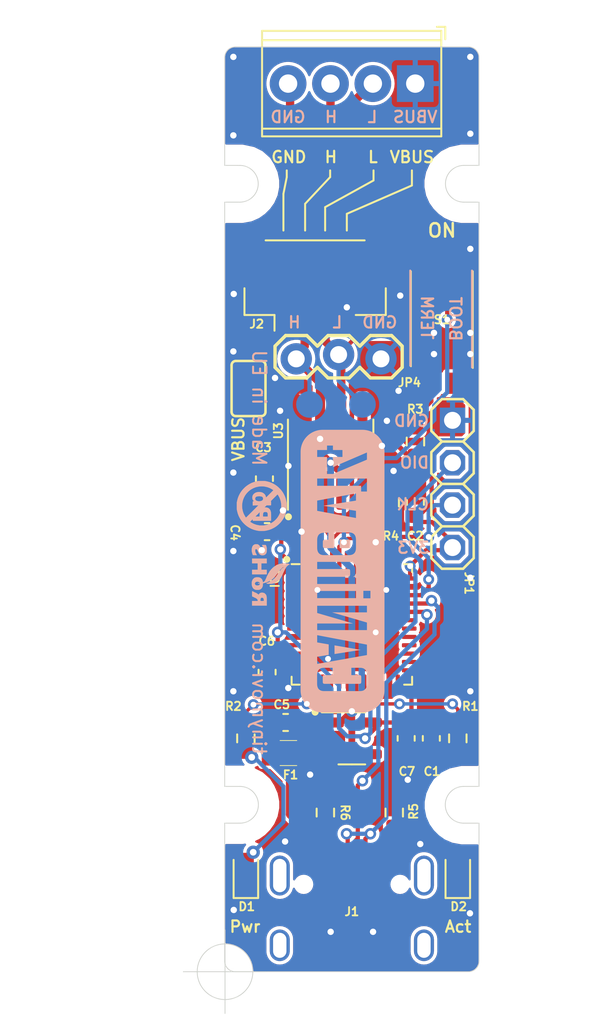
<source format=kicad_pcb>
(kicad_pcb (version 20221018) (generator pcbnew)
  (layers (0 "F.Cu" signal) (31 "B.Cu" signal) (34 "B.Paste" user) (35 "F.Paste" user) (36 "B.SilkS" user "B.Silkscreen") (37 "F.SilkS" user "F.Silkscreen") (38 "B.Mask" user) (39 "F.Mask" user) (44 "Edge.Cuts" user))
  (net 0 "")
  (net 1 "GND")
  (net 2 "3.3V")
  (net 3 "V_BATT")
  (net 4 "/VBUS_USB")
  (net 5 "Net-(D1-A)")
  (net 6 "Net-(D2-A)")
  (net 19 "/LED_TX")
  (net 20 "/LED_RX")
  (net 31 "/D-")
  (net 32 "/D+")
  (net 33 "/SWDIO")
  (net 34 "/SWCLK")
  (net 41 "/BOOT0")
  (net 42 "/CAN_RX")
  (net 43 "/CAN_TX")
  (net 46 "/CANH")
  (net 47 "/CANL")
  (net 48 "Net-(R3-Pad2)")
  (net 49 "Net-(J1-CC1)")
  (net 50 "Net-(J1-CC2)")
  (net 53 "VBUS_TERM")
  (footprint "Resistor_SMD:R_0603_1608Metric" (layer "F.Cu") (at 146.9136 117.465475 -90)
    (fp_text reference "R6")
    (fp_text value "5.1k")
  )
  (footprint "Package_SO:SOIC-8_3.9x4.9mm_P1.27mm" (layer "F.Cu") (at 147.2311 95.875475 90)
    (fp_text reference "U3")
    (fp_text value "MCP2551")
  )
  (footprint "Resistor_SMD:R_0603_1608Metric" (layer "F.Cu") (at 152.3111 95.240475 90)
    (fp_text reference "R3")
    (fp_text value "RC0603JR-7W120RL")
  )
  (footprint "Fiducial:Fiducial_0.75mm_Mask1.5mm" (layer "F.Cu") (at 155.1 73.6)
    (fp_text reference "FID2" hide)
    (fp_text value "Fiducial")
  )
  (footprint "TerminalBlock_Phoenix:TerminalBlock_Phoenix_MPT-0,5-4-2.54_1x04_P2.54mm_Horizontal" (layer "F.Cu") (at 152.3 73.8 180)
    (fp_text reference "J3" hide)
    (fp_text value "Screw_Terminal_01x02")
  )
  (footprint "CANine_v2:1X04-S" (layer "F.Cu") (at 154.5336 97.780475 -90)
    (fp_text reference "JP1")
    (fp_text value "PINHD-1X04_2.54-S")
  )
  (footprint "Resistor_SMD:R_0603_1608Metric" (layer "F.Cu") (at 151.0411 117.465475 -90)
    (fp_text reference "R5")
    (fp_text value "5.1k")
  )
  (footprint "Fiducial:Fiducial_0.75mm_Mask1.5mm" (layer "F.Cu") (at 142 106.5)
    (fp_text reference "FID1" hide)
    (fp_text value "Fiducial")
  )
  (footprint "Capacitor_SMD:C_0603_1608Metric" (layer "F.Cu") (at 152.3111 98.891725 90)
    (fp_text reference "C2")
    (fp_text value "0.1uF")
  )
  (footprint "Capacitor_SMD:C_0603_1608Metric" (layer "F.Cu") (at 151.755475 113.020475 -90)
    (fp_text reference "C7")
    (fp_text value "4.7uF")
  )
  (footprint "Capacitor_SMD:C_0603_1608Metric" (layer "F.Cu") (at 144.53235 112.067975 180)
    (fp_text reference "C5")
    (fp_text value "4.7uF")
  )
  (footprint "Fiducial:Fiducial_0.75mm_Mask1.5mm" (layer "F.Cu") (at 154.9 125.7)
    (fp_text reference "FID3" hide)
    (fp_text value "Fiducial")
  )
  (footprint "CANine_v2:PTC0805" (layer "F.Cu") (at 144.7 113.9 180)
    (fp_text reference "F1")
    (fp_text value "FUSE_PTC-0805")
  )
  (footprint "Resistor_SMD:R_0603_1608Metric" (layer "F.Cu") (at 154.8511 113.020475 -90)
    (fp_text reference "R1")
    (fp_text value "1k")
  )
  (footprint "Capacitor_SMD:C_0603_1608Metric" (layer "F.Cu") (at 143.4211 100.637975 180)
    (fp_text reference "C4")
    (fp_text value "0.1uF")
  )
  (footprint "Connector_JST:JST_GH_BM04B-GHS-TBT_1x04-1MP_P1.25mm_Vertical" (layer "F.Cu") (at 146.3 85.8)
    (fp_text reference "J2")
    (fp_text value "Conn_01x04_Male")
  )
  (footprint "LED_SMD:LED_0603_1608Metric" (layer "F.Cu") (at 142.15 121.1 90)
    (fp_text reference "D1")
    (fp_text value "LED")
  )
  (footprint "Movr:SPARKFUN-CONNECTORS_USB-C-16P" (layer "F.Cu") (at 148.5011 120.322975)
    (fp_text reference "J1")
    (fp_text value "SPARKFUN-CONNECTORS_USB_C16PIN" hide)
  )
  (footprint "LED_SMD:LED_0603_1608Metric" (layer "F.Cu") (at 154.85 121.1 90)
    (fp_text reference "D2")
    (fp_text value "LED")
  )
  (footprint "CANine_v2:1X03_LOCK" (layer "F.Cu") (at 150.24735 90.160475 180)
    (fp_text reference "JP4")
    (fp_text value "M03LOCK")
  )
  (footprint "Package_TO_SOT_SMD:SOT-23-5" (layer "F.Cu") (at 148.5 113.020475)
    (fp_text reference "U2")
    (fp_text value "AP2202K-3.3TRG1")
  )
  (footprint "Resistor_SMD:R_0603_1608Metric" (layer "F.Cu") (at 150.8 98.891725 90)
    (fp_text reference "R4")
    (fp_text value "10k")
  )
  (footprint "CANine_v2:2182LPSTRF" (layer "F.Cu") (at 153.8986 87.937975)
    (fp_text reference "S1")
    (fp_text value "218-2LPSTRF")
  )
  (footprint "Capacitor_SMD:C_0603_1608Metric" (layer "F.Cu") (at 143.26235 97.462975 -90)
    (fp_text reference "C3")
    (fp_text value "0.1uF")
  )
  (footprint "Package_DFN_QFN:QFN-48-1EP_7x7mm_P0.5mm_EP5.6x5.6mm" (layer "F.Cu") (at 148.5011 106.194225)
    (fp_text reference "IC1")
    (fp_text value "STM32F042C6U6")
  )
  (footprint "Capacitor_SMD:C_0603_1608Metric" (layer "F.Cu") (at 143.4211 109.051725 -90)
    (fp_text reference "C6")
    (fp_text value "0.1uF")
  )
  (footprint "Capacitor_SMD:C_0603_1608Metric" (layer "F.Cu") (at 153.2636 113.020475 -90)
    (fp_text reference "C1")
    (fp_text value "0.1uF")
  )
  (footprint "CANine_v2:SJ" (layer "F.Cu") (at 142.30985 92.065475 90)
    (fp_text reference "SJ1" hide)
    (fp_text value "SJ")
  )
  (footprint "Resistor_SMD:R_0603_1608Metric" (layer "F.Cu") (at 142.1511 113.020475 -90)
    (fp_text reference "R2")
    (fp_text value "1k")
  )
  (footprint "Movr:Logo_silk_ROHS_6x3.36mm" (layer "B.Cu") (at 143.1 103.2 90)
    (fp_text reference "G***" hide)
    (fp_text value "LOGO" hide)
  )
  (footprint "Movr:Logo_silk_Lead-Free_3x3mm" (layer "B.Cu") (at 143.1 99.1 90)
    (fp_text reference "G***" hide)
    (fp_text value "LOGO" hide)
  )
  (footprint "CANine_v2:TP16R" (layer "B.Cu") (at 145.9611 93.017975 180)
    (fp_text reference "TP1" hide)
    (fp_text value "TPTP16R")
  )
  (footprint "CANine_v2:TP16R" (layer "B.Cu") (at 149.1361 93.017975 180)
    (fp_text reference "TP2" hide)
    (fp_text value "TPTP16R")
  )
  (gr_line (start 155.7 90.8) (end 155.7 85) (stroke (width 0.12)) (layer "B.SilkS"))
  (gr_poly (pts (xy 147.461554 107.449916) (xy 147.461554 107.969028) (xy 149.033179 107.721378)) (fill solid) (layer "B.SilkS"))
  (gr_line (start 152 90.7) (end 152 85) (stroke (width 0.12)) (layer "B.SilkS"))
  (gr_poly (pts (xy 150.454916 95.792023) (xy 150.449808 95.724831) (xy 150.441396 95.658618) (xy 150.429764 95.593466) (xy 150.414994 95.529457) (xy 150.39717 95.466676) (xy 150.376374 95.405205) (xy 150.35269 95.345127) (xy 150.3262 95.286526) (xy 150.296988 95.229483) (xy 150.265137 95.174083) (xy 150.23073 95.120409) (xy 150.19385 95.068543) (xy 150.154579 95.018569) (xy 150.113002 94.970569) (xy 150.069201 94.924627) (xy 150.023259 94.880826) (xy 149.97526 94.839249) (xy 149.925285 94.799979) (xy 149.873419 94.763099) (xy 149.819745 94.728691) (xy 149.764345 94.69684) (xy 149.707303 94.667628) (xy 149.648701 94.641139) (xy 149.588623 94.617455) (xy 149.527152 94.596659) (xy 149.464371 94.578834) (xy 149.400363 94.564064) (xy 149.335211 94.552432) (xy 149.268997 94.544021) (xy 149.201806 94.538913) (xy 149.13372 94.537192) (xy 146.752471 94.537192) (xy 146.684385 94.538913) (xy 146.617194 94.544021) (xy 146.55098 94.552432) (xy 146.485828 94.564064) (xy 146.42182 94.578834) (xy 146.359039 94.596659) (xy 146.297568 94.617455) (xy 146.23749 94.641139) (xy 146.178888 94.667628) (xy 146.121846 94.69684) (xy 146.066446 94.728691) (xy 146.012772 94.763099) (xy 145.960906 94.799979) (xy 145.910931 94.839249) (xy 145.862932 94.880826) (xy 145.81699 94.924627) (xy 145.773189 94.970569) (xy 145.731612 95.018569) (xy 145.692341 95.068543) (xy 145.655461 95.120409) (xy 145.621054 95.174083) (xy 145.589203 95.229483) (xy 145.559991 95.286526) (xy 145.533501 95.345127) (xy 145.509817 95.405205) (xy 145.489021 95.466676) (xy 145.471197 95.529457) (xy 145.456427 95.593466) (xy 145.444795 95.658618) (xy 145.436383 95.724831) (xy 145.431275 95.792023) (xy 145.429554 95.860109) (xy 145.429554 110.147607) (xy 145.431275 110.215693) (xy 145.436383 110.282884) (xy 145.444795 110.349098) (xy 145.456427 110.41425) (xy 145.471197 110.478258) (xy 145.489021 110.541039) (xy 145.509817 110.60251) (xy 145.533501 110.662588) (xy 145.559991 110.72119) (xy 145.589203 110.778232) (xy 145.621054 110.833632) (xy 145.655461 110.887306) (xy 145.692341 110.939172) (xy 145.731612 110.989147) (xy 145.773189 111.037146) (xy 145.81699 111.083088) (xy 145.862932 111.126889) (xy 145.910931 111.168466) (xy 145.960906 111.207737) (xy 146.012772 111.244617) (xy 146.066446 111.279024) (xy 146.121846 111.310875) (xy 146.178888 111.340087) (xy 146.23749 111.366577) (xy 146.297568 111.390261) (xy 146.359039 111.411057) (xy 146.42182 111.428881) (xy 146.485828 111.443651) (xy 146.55098 111.455283) (xy 146.617194 111.463695) (xy 146.684385 111.468803) (xy 146.752471 111.470524) (xy 146.842429 111.470524) (xy 146.842429 110.188353) (xy 146.816351 110.187921) (xy 146.791102 110.186623) (xy 146.76668 110.18446) (xy 146.743086 110.181433) (xy 146.72032 110.17754) (xy 146.698382 110.172782) (xy 146.677271 110.167159) (xy 146.656989 110.160671) (xy 146.637534 110.153318) (xy 146.618908 110.1451) (xy 146.601109 110.136017) (xy 146.584138 110.126069) (xy 146.567994 110.115255) (xy 146.552679 110.103577) (xy 146.538192 110.091034) (xy 146.524532 110.077625) (xy 146.5117 110.063352) (xy 146.499696 110.048213) (xy 146.48852 110.032209) (xy 146.478172 110.015341) (xy 146.468652 109.997607) (xy 146.459959 109.979008) (xy 146.452095 109.959544) (xy 146.445058 109.939215) (xy 146.438849 109.918021) (xy 146.433468 109.895962) (xy 146.428915 109.873038) (xy 146.425189 109.849248) (xy 146.422292 109.824594) (xy 146.420222 109.799075) (xy 146.41898 109.77269) (xy 146.418566 109.745441) (xy 146.418566 109.240616) (xy 146.420222 109.186405) (xy 146.422292 109.160611) (xy 146.423329 109.15169) (xy 146.423329 108.559578) (xy 146.423329 108.130953) (xy 147.113891 108.021416) (xy 147.113891 107.392766) (xy 146.423329 107.273703) (xy 146.423329 106.840316) (xy 149.404654 107.407054) (xy 149.404654 106.535516) (xy 146.423329 106.535516) (xy 146.423329 106.140228) (xy 148.575979 106.140228) (xy 146.423329 105.511579) (xy 146.423329 105.078191) (xy 148.747429 105.078191) (xy 148.747429 104.620991) (xy 146.423329 104.620991) (xy 146.423329 104.192366) (xy 148.747429 104.192366) (xy 148.747429 103.773266) (xy 146.423329 103.773266) (xy 146.423329 103.344641) (xy 148.233079 103.344641) (xy 148.244186 103.344501) (xy 148.254883 103.344083) (xy 148.265171 103.343385) (xy 148.275049 103.342409) (xy 148.284519 103.341153) (xy 148.293579 103.339618) (xy 148.302229 103.337804) (xy 148.31047 103.335711) (xy 148.318302 103.333339) (xy 148.325725 103.330688) (xy 148.332738 103.327758) (xy 148.339342 103.324549) (xy 148.345537 103.321061) (xy 148.351323 103.317294) (xy 148.356699 103.313247) (xy 148.361666 103.308922) (xy 148.36628 103.304262) (xy 148.370596 103.299211) (xy 148.374614 103.293769) (xy 148.378335 103.287937) (xy 148.381758 103.281714) (xy 148.384883 103.275101) (xy 148.387711 103.268097) (xy 148.390241 103.260702) (xy 148.392474 103.252916) (xy 148.394408 103.24474) (xy 148.396046 103.236173) (xy 148.397385 103.227215) (xy 148.398427 103.217867) (xy 148.399171 103.208128) (xy 148.399617 103.197999) (xy 148.399766 103.187478) (xy 148.399766 103.020791) (xy 148.399664 103.010299) (xy 148.399357 103.000253) (xy 148.398845 102.990654) (xy 148.398129 102.981501) (xy 148.397208 102.972794) (xy 148.396083 102.964534) (xy 148.394753 102.956721) (xy 148.393218 102.949354) (xy 148.391478 102.942433) (xy 148.389534 102.935959) (xy 148.387386 102.929932) (xy 148.385032 102.924351) (xy 148.382474 102.919216) (xy 148.379712 102.914528) (xy 148.376744 102.910287) (xy 148.373572 102.906491) (xy 148.371877 102.904733) (xy 148.370066 102.903031) (xy 148.368138 102.901385) (xy 148.366094 102.899794) (xy 148.363934 102.898259) (xy 148.361657 102.89678) (xy 148.356755 102.89399) (xy 148.351388 102.891423) (xy 148.345556 102.889078) (xy 148.339258 102.886958) (xy 148.332496 102.88506) (xy 148.325269 102.883385) (xy 148.317576 102.881934) (xy 148.309418 102.880706) (xy 148.300796 102.879702) (xy 148.291708 102.87892) (xy 148.282155 102.878362) (xy 148.272137 102.878027) (xy 148.261654 102.877916) (xy 146.423329 102.877916) (xy 146.423329 102.449291) (xy 146.842429 102.449291) (xy 146.842429 102.044479) (xy 146.816644 102.044046) (xy 146.791678 102.042748) (xy 146.767531 102.040586) (xy 146.744202 102.037558) (xy 146.721692 102.033665) (xy 146.7 102.028907) (xy 146.679127 102.023285) (xy 146.659073 102.016797) (xy 146.639837 102.009444) (xy 146.621419 102.001225) (xy 146.60382 101.992142) (xy 146.58704 101.982194) (xy 146.571078 101.971381) (xy 146.555935 101.959702) (xy 146.54161 101.947159) (xy 146.528104 101.933751) (xy 146.515416 101.919477) (xy 146.503547 101.904338) (xy 146.492497 101.888335) (xy 146.482265 101.871466) (xy 146.472852 101.853732) (xy 146.464257 101.835133) (xy 146.45648 101.815669) (xy 146.449523 101.795341) (xy 146.443384 101.774146) (xy 146.438063 101.752087) (xy 146.433561 101.729163) (xy 146.429877 101.705374) (xy 146.427012 101.68072) (xy 146.424966 101.6552) (xy 146.423738 101.628816) (xy 146.423329 101.601566) (xy 146.423329 101.144366) (xy 146.424966 101.090732) (xy 146.427012 101.065213) (xy 146.429877 101.040559) (xy 146.433561 101.016769) (xy 146.438063 100.993845) (xy 146.443384 100.971786) (xy 146.449523 100.950592) (xy 146.45648 100.930263) (xy 146.464257 100.910799) (xy 146.472852 100.8922) (xy 146.482265 100.874466) (xy 146.492497 100.857597) (xy 146.503547 100.841594) (xy 146.515416 100.826455) (xy 146.528104 100.812182) (xy 146.54161 100.798773) (xy 146.555935 100.78623) (xy 146.571078 100.774551) (xy 146.58704 100.763738) (xy 146.60382 100.75379) (xy 146.621419 100.744707) (xy 146.639837 100.736488) (xy 146.659073 100.729135) (xy 146.679127 100.722647) (xy 146.7 100.717025) (xy 146.721692 100.712267) (xy 146.744202 100.708374) (xy 146.767531 100.705346) (xy 146.791678 100.703184) (xy 146.816644 100.701886) (xy 146.842429 100.701453) (xy 147.094841 100.701453) (xy 147.094841 101.120554) (xy 146.904342 101.120554) (xy 146.893849 101.120666) (xy 146.883803 101.121001) (xy 146.874204 101.121559) (xy 146.865051 101.12234) (xy 146.856344 101.123345) (xy 146.848084 101.124572) (xy 146.840271 101.126023) (xy 146.832904 101.127698) (xy 146.825983 101.129595) (xy 146.819509 101.131716) (xy 146.813482 101.13406) (xy 146.807901 101.136627) (xy 146.802766 101.139418) (xy 146.798078 101.142432) (xy 146.793836 101.145669) (xy 146.790041 101.149129) (xy 146.788283 101.150971) (xy 146.786581 101.152924) (xy 146.783344 101.157166) (xy 146.78033 101.161854) (xy 146.77754 101.166988) (xy 146.774972 101.172569) (xy 146.772628 101.178597) (xy 146.770508 101.185071) (xy 146.76861 101.191991) (xy 146.766936 101.199358) (xy 146.765485 101.207172) (xy 146.764257 101.215432) (xy 146.763252 101.224138) (xy 146.762471 101.233291) (xy 146.761913 101.242891) (xy 146.761578 101.252936) (xy 146.761466 101.263429) (xy 146.761466 101.482504) (xy 146.761578 101.492996) (xy 146.761913 101.503042) (xy 146.762471 101.512642) (xy 146.763252 101.521795) (xy 146.764257 101.530501) (xy 146.765485 101.538761) (xy 146.766936 101.546575) (xy 146.76861 101.553942) (xy 146.770508 101.560862) (xy 146.772628 101.567336) (xy 146.774972 101.573364) (xy 146.77754 101.578945) (xy 146.78033 101.584079) (xy 146.783344 101.588767) (xy 146.786581 101.593009) (xy 146.790041 101.596804) (xy 146.793818 101.600264) (xy 146.798004 101.603501) (xy 146.802599 101.606515) (xy 146.807603 101.609306) (xy 146.813017 101.611873) (xy 146.81884 101.614217) (xy 146.825072 101.616338) (xy 146.831713 101.618235) (xy 146.838764 101.61991) (xy 146.846224 101.621361) (xy 146.854093 101.622588) (xy 146.862372 101.623593) (xy 146.87106 101.624374) (xy 146.880157 101.624932) (xy 146.889663 101.625267) (xy 146.899579 101.625379) (xy 147.452029 101.625379) (xy 147.452029 100.687166) (xy 148.323566 100.687166) (xy 148.349644 100.687604) (xy 148.374893 100.688915) (xy 148.399315 100.691101) (xy 148.422909 100.694161) (xy 148.445675 100.698096) (xy 148.467613 100.702905) (xy 148.488724 100.708588) (xy 148.509006 100.715146) (xy 148.528461 100.722578) (xy 148.547088 100.730884) (xy 148.564886 100.740065) (xy 148.581857 100.75012) (xy 148.598001 100.76105) (xy 148.613316 100.772854) (xy 148.627804 100.785532) (xy 148.641463 100.799085) (xy 148.654295 100.813512) (xy 148.666299 100.828813) (xy 148.677475 100.844989) (xy 148.687823 100.862039) (xy 148.697343 100.879964) (xy 148.706036 100.898762) (xy 148.713901 100.918436) (xy 148.720937 100.938983) (xy 148.727146 100.960405) (xy 148.732527 100.982701) (xy 148.737081 101.005872) (xy 148.740806 101.029917) (xy 148.743703 101.054837) (xy 148.745773 101.08063) (xy 148.747015 101.107299) (xy 148.747429 101.134841) (xy 148.747429 99.820391) (xy 146.423329 99.391766) (xy 146.423329 98.777404) (xy 148.747429 98.348778) (xy 148.747429 98.777404) (xy 146.785279 99.086966) (xy 148.747429 99.391766) (xy 148.747429 99.820391) (xy 148.747429 101.134841) (xy 148.747429 101.601566) (xy 148.745773 101.6552) (xy 148.743703 101.68072) (xy 148.740806 101.705374) (xy 148.737081 101.729163) (xy 148.732527 101.752087) (xy 148.727146 101.774146) (xy 148.720937 101.795341) (xy 148.713901 101.815669) (xy 148.706036 101.835133) (xy 148.697343 101.853732) (xy 148.687823 101.871466) (xy 148.677475 101.888335) (xy 148.666299 101.904338) (xy 148.654295 101.919477) (xy 148.641463 101.933751) (xy 148.627804 101.947159) (xy 148.613316 101.959702) (xy 148.598001 101.971381) (xy 148.581857 101.982194) (xy 148.564886 101.992142) (xy 148.547088 102.001225) (xy 148.528461 102.009444) (xy 148.509006 102.016797) (xy 148.488724 102.023285) (xy 148.467613 102.028907) (xy 148.445675 102.033665) (xy 148.422909 102.037558) (xy 148.399315 102.040586) (xy 148.374893 102.042748) (xy 148.349644 102.044046) (xy 148.323566 102.044479) (xy 146.842429 102.044479) (xy 146.842429 102.449291) (xy 148.323566 102.449291) (xy 148.349644 102.449715) (xy 148.374893 102.450984) (xy 148.399315 102.4531) (xy 148.422909 102.456063) (xy 148.445675 102.459872) (xy 148.467613 102.464528) (xy 148.488724 102.47003) (xy 148.509006 102.476378) (xy 148.528461 102.483573) (xy 148.547088 102.491614) (xy 148.564886 102.500502) (xy 148.581857 102.510236) (xy 148.598001 102.520817) (xy 148.613316 102.532244) (xy 148.627804 102.544518) (xy 148.641463 102.557638) (xy 148.654295 102.571605) (xy 148.666299 102.586418) (xy 148.677475 102.602077) (xy 148.687823 102.618583) (xy 148.697343 102.635936) (xy 148.706036 102.654135) (xy 148.713901 102.67318) (xy 148.720937 102.693072) (xy 148.727146 102.71381) (xy 148.732527 102.735395) (xy 148.737081 102.757826) (xy 148.740806 102.781103) (xy 148.743703 102.805227) (xy 148.745773 102.830198) (xy 148.747015 102.856015) (xy 148.747429 102.882678) (xy 148.747429 103.049366) (xy 148.746703 103.077867) (xy 148.744527 103.105028) (xy 148.740899 103.130849) (xy 148.73582 103.155332) (xy 148.72929 103.178474) (xy 148.721309 103.200278) (xy 148.711877 103.220742) (xy 148.700994 103.239866) (xy 148.68866 103.257651) (xy 148.674875 103.274096) (xy 148.659639 103.289202) (xy 148.642951 103.302969) (xy 148.624813 103.315396) (xy 148.605224 103.326484) (xy 148.584183 103.336232) (xy 148.561691 103.344641) (xy 148.747429 103.344641) (xy 148.747429 103.773266) (xy 148.747429 104.192366) (xy 148.747429 104.620991) (xy 148.747429 105.078191) (xy 149.404654 105.078191) (xy 149.404654 105.473478) (xy 147.313916 105.473478) (xy 149.404654 106.083079) (xy 149.404654 106.535516) (xy 149.404654 107.407054) (xy 149.404654 108.030941) (xy 146.423329 108.559578) (xy 146.423329 109.15169) (xy 146.425189 109.135692) (xy 146.428915 109.111647) (xy 146.433468 109.088476) (xy 146.438849 109.06618) (xy 146.445058 109.044758) (xy 146.452095 109.02421) (xy 146.459959 109.004537) (xy 146.468652 108.985738) (xy 146.478172 108.967814) (xy 146.48852 108.950764) (xy 146.499696 108.934588) (xy 146.5117 108.919287) (xy 146.524532 108.90486) (xy 146.538192 108.891307) (xy 146.552679 108.878629) (xy 146.567994 108.866825) (xy 146.584138 108.855895) (xy 146.601109 108.84584) (xy 146.618908 108.836659) (xy 146.637534 108.828353) (xy 146.656989 108.82092) (xy 146.677271 108.814363) (xy 146.698382 108.808679) (xy 146.72032 108.80387) (xy 146.743086 108.799936) (xy 146.76668 108.796875) (xy 146.791102 108.79469) (xy 146.816351 108.793378) (xy 146.842429 108.792941) (xy 147.347254 108.792941) (xy 147.347254 109.231091) (xy 146.894816 109.231091) (xy 146.884333 109.231193) (xy 146.874315 109.2315) (xy 146.864762 109.232012) (xy 146.855675 109.232728) (xy 146.847052 109.233649) (xy 146.838894 109.234774) (xy 146.831202 109.236105) (xy 146.823974 109.237639) (xy 146.817212 109.239379) (xy 146.810914 109.241323) (xy 146.805082 109.243471) (xy 146.799715 109.245825) (xy 146.794813 109.248383) (xy 146.790376 109.251145) (xy 146.786404 109.254113) (xy 146.782898 109.257285) (xy 146.781286 109.25898) (xy 146.779726 109.260791) (xy 146.778216 109.262719) (xy 146.776758 109.264763) (xy 146.773996 109.2692) (xy 146.771438 109.274102) (xy 146.769084 109.279469) (xy 146.766936 109.285301) (xy 146.764992 109.291599) (xy 146.763252 109.298361) (xy 146.761717 109.305589) (xy 146.760387 109.313281) (xy 146.759262 109.321439) (xy 146.758341 109.330062) (xy 146.757625 109.339149) (xy 146.757113 109.348702) (xy 146.756806 109.35872) (xy 146.756704 109.369203) (xy 146.756704 109.612091) (xy 146.756806 109.622583) (xy 146.757113 109.632629) (xy 146.757625 109.642228) (xy 146.758341 109.651381) (xy 146.759262 109.660088) (xy 146.760387 109.668348) (xy 146.761717 109.676161) (xy 146.763252 109.683528) (xy 146.764992 109.690449) (xy 146.766936 109.696923) (xy 146.769084 109.70295) (xy 146.771438 109.708531) (xy 146.773996 109.713666) (xy 146.776758 109.718354) (xy 146.779726 109.722596) (xy 146.782898 109.726391) (xy 146.784593 109.728149) (xy 146.786404 109.729851) (xy 146.788332 109.731497) (xy 146.790376 109.733088) (xy 146.792537 109.734623) (xy 146.794813 109.736102) (xy 146.799715 109.738892) (xy 146.805082 109.74146) (xy 146.810914 109.743804) (xy 146.817212 109.745924) (xy 146.823974 109.747822) (xy 146.831202 109.749496) (xy 146.838894 109.750947) (xy 146.847052 109.752175) (xy 146.855675 109.75318) (xy 146.864762 109.753961) (xy 146.874315 109.754519) (xy 146.884333 109.754854) (xy 146.894816 109.754966) (xy 148.928404 109.754966) (xy 148.938887 109.754854) (xy 148.948905 109.754519) (xy 148.958458 109.753961) (xy 148.967546 109.75318) (xy 148.976168 109.752175) (xy 148.984326 109.750947) (xy 148.992018 109.749496) (xy 148.999246 109.747822) (xy 149.006008 109.745924) (xy 149.012306 109.743804) (xy 149.018138 109.74146) (xy 149.023505 109.738892) (xy 149.028407 109.736102) (xy 149.032844 109.733088) (xy 149.036816 109.729851) (xy 149.040322 109.726391) (xy 149.043495 109.722596) (xy 149.046462 109.718354) (xy 149.049225 109.713666) (xy 149.051783 109.708531) (xy 149.054137 109.70295) (xy 149.056285 109.696923) (xy 149.058229 109.690449) (xy 149.059969 109.683528) (xy 149.061503 109.676161) (xy 149.062833 109.668348) (xy 149.063959 109.660088) (xy 149.064879 109.651381) (xy 149.065595 109.642228) (xy 149.066107 109.632629) (xy 149.066414 109.622583) (xy 149.066516 109.612091) (xy 149.066516 109.369203) (xy 149.066414 109.35872) (xy 149.066107 109.348702) (xy 149.065595 109.339149) (xy 149.064879 109.330062) (xy 149.063959 109.321439) (xy 149.062833 109.313281) (xy 149.061503 109.305589) (xy 149.059969 109.298361) (xy 149.058229 109.291599) (xy 149.056285 109.285301) (xy 149.054137 109.279469) (xy 149.051783 109.274102) (xy 149.049225 109.2692) (xy 149.046462 109.264763) (xy 149.043495 109.260791) (xy 149.040322 109.257285) (xy 149.038627 109.255673) (xy 149.036816 109.254113) (xy 149.034888 109.252603) (xy 149.032844 109.251145) (xy 149.028407 109.248383) (xy 149.023505 109.245825) (xy 149.018138 109.243471) (xy 149.012306 109.241323) (xy 149.006008 109.239379) (xy 148.999246 109.237639) (xy 148.992018 109.236105) (xy 148.984326 109.234774) (xy 148.976168 109.233649) (xy 148.967546 109.232728) (xy 148.958458 109.232012) (xy 148.948905 109.2315) (xy 148.938887 109.231193) (xy 148.928404 109.231091) (xy 148.471204 109.231091) (xy 148.471204 108.792941) (xy 148.985554 108.792941) (xy 149.011338 108.793378) (xy 149.036304 108.79469) (xy 149.060451 108.796875) (xy 149.08378 108.799936) (xy 149.106291 108.80387) (xy 149.127982 108.808679) (xy 149.148855 108.814363) (xy 149.16891 108.82092) (xy 149.188146 108.828353) (xy 149.206563 108.836659) (xy 149.224162 108.84584) (xy 149.240943 108.855895) (xy 149.256905 108.866825) (xy 149.272048 108.878629) (xy 149.286373 108.891307) (xy 149.299879 108.90486) (xy 149.312566 108.919287) (xy 149.324435 108.934588) (xy 149.335486 108.950764) (xy 149.345718 108.967814) (xy 149.355131 108.985738) (xy 149.363726 109.004537) (xy 149.371502 109.02421) (xy 149.37846 109.044758) (xy 149.384599 109.06618) (xy 149.38992 109.088476) (xy 149.394422 109.111647) (xy 149.398105 109.135692) (xy 149.40097 109.160611) (xy 149.403017 109.186405) (xy 149.404244 109.213073) (xy 149.404654 109.240616) (xy 149.404654 109.745441) (xy 149.403017 109.799075) (xy 149.40097 109.824594) (xy 149.398105 109.849248) (xy 149.394422 109.873038) (xy 149.38992 109.895962) (xy 149.384599 109.918021) (xy 149.37846 109.939215) (xy 149.371502 109.959544) (xy 149.363726 109.979008) (xy 149.355131 109.997607) (xy 149.345718 110.015341) (xy 149.335486 110.032209) (xy 149.324435 110.048213) (xy 149.312566 110.063352) (xy 149.299879 110.077625) (xy 149.286373 110.091034) (xy 149.272048 110.103577) (xy 149.256905 110.115255) (xy 149.240943 110.126069) (xy 149.224162 110.136017) (xy 149.206563 110.1451) (xy 149.188146 110.153318) (xy 149.16891 110.160671) (xy 149.148855 110.167159) (xy 149.127982 110.172782) (xy 149.106291 110.17754) (xy 149.08378 110.181433) (xy 149.060451 110.18446) (xy 149.036304 110.186623) (xy 149.011338 110.187921) (xy 148.985554 110.188353) (xy 146.842429 110.188353) (xy 146.842429 111.470524) (xy 149.13372 111.470524) (xy 149.201806 111.468803) (xy 149.268997 111.463695) (xy 149.335211 111.455283) (xy 149.400363 111.443651) (xy 149.464371 111.428881) (xy 149.527152 111.411057) (xy 149.588623 111.390261) (xy 149.614204 111.380176) (xy 149.614204 104.630516) (xy 149.190341 104.630516) (xy 149.190341 104.182841) (xy 149.404654 104.182841) (xy 149.404654 98.234478) (xy 149.056991 98.234478) (xy 149.056991 97.891579) (xy 146.423329 97.891579) (xy 146.423329 97.458192) (xy 147.013879 97.458192) (xy 147.013879 97.181966) (xy 147.013879 96.162791) (xy 146.423329 96.162791) (xy 146.423329 95.748453) (xy 147.013879 95.748453) (xy 147.013879 95.481754) (xy 147.366304 95.481754) (xy 147.366304 95.748453) (xy 147.937804 95.748453) (xy 147.937804 96.162791) (xy 147.366304 96.162791) (xy 147.366304 96.772391) (xy 149.404654 95.896092) (xy 149.404654 96.324717) (xy 147.371066 97.181966) (xy 147.013879 97.181966) (xy 147.013879 97.458192) (xy 149.404654 97.458192) (xy 149.404654 98.234478) (xy 149.404654 104.182841) (xy 149.614204 104.182841) (xy 149.614204 104.630516) (xy 149.614204 111.380176) (xy 149.648701 111.366577) (xy 149.707303 111.340087) (xy 149.764345 111.310875) (xy 149.819745 111.279024) (xy 149.873419 111.244617) (xy 149.925285 111.207737) (xy 149.97526 111.168466) (xy 150.023259 111.126889) (xy 150.069201 111.083088) (xy 150.113002 111.037146) (xy 150.154579 110.989147) (xy 150.19385 110.939172) (xy 150.23073 110.887306) (xy 150.265137 110.833632) (xy 150.296988 110.778232) (xy 150.3262 110.72119) (xy 150.35269 110.662588) (xy 150.376374 110.60251) (xy 150.39717 110.541039) (xy 150.414994 110.478258) (xy 150.429764 110.41425) (xy 150.441396 110.349098) (xy 150.449808 110.282884) (xy 150.454916 110.215693) (xy 150.456637 110.147607) (xy 150.456637 95.860109)) (fill solid) (layer "B.SilkS"))
  (gr_poly (pts (xy 148.40918 101.238658) (xy 148.408845 101.22864) (xy 148.408287 101.219087) (xy 148.407505 101.209999) (xy 148.406501 101.201377) (xy 148.405273 101.193219) (xy 148.403822 101.185526) (xy 148.402148 101.178299) (xy 148.40025 101.171537) (xy 148.398129 101.165239) (xy 148.395785 101.159407) (xy 148.393218 101.15404) (xy 148.390427 101.149138) (xy 148.387413 101.144701) (xy 148.384176 101.140729) (xy 148.380716 101.137222) (xy 148.37694 101.134051) (xy 148.372754 101.131084) (xy 148.368159 101.128321) (xy 148.363155 101.125763) (xy 148.357741 101.12341) (xy 148.351918 101.121261) (xy 148.345686 101.119317) (xy 148.339044 101.117577) (xy 148.331994 101.116043) (xy 148.324534 101.114712) (xy 148.316664 101.113587) (xy 148.308386 101.112666) (xy 148.299698 101.11195) (xy 148.290601 101.111438) (xy 148.281095 101.111131) (xy 148.271179 101.111029) (xy 147.766354 101.111029) (xy 147.766354 101.625379) (xy 148.271179 101.625379) (xy 148.281095 101.625267) (xy 148.290601 101.624932) (xy 148.299698 101.624374) (xy 148.308386 101.623593) (xy 148.316664 101.622588) (xy 148.324534 101.621361) (xy 148.331994 101.61991) (xy 148.339044 101.618235) (xy 148.345686 101.616338) (xy 148.351918 101.614217) (xy 148.357741 101.611873) (xy 148.363155 101.609306) (xy 148.368159 101.606515) (xy 148.372754 101.603501) (xy 148.37694 101.600264) (xy 148.380716 101.596804) (xy 148.382474 101.594962) (xy 148.384176 101.593009) (xy 148.387413 101.588767) (xy 148.390427 101.584079) (xy 148.393218 101.578945) (xy 148.395785 101.573364) (xy 148.398129 101.567336) (xy 148.40025 101.560862) (xy 148.402148 101.553942) (xy 148.403822 101.546575) (xy 148.405273 101.538761) (xy 148.406501 101.530501) (xy 148.407505 101.521795) (xy 148.408287 101.512642) (xy 148.408845 101.503042) (xy 148.40918 101.492996) (xy 148.409291 101.482504) (xy 148.409291 101.249141)) (fill solid) (layer "B.SilkS"))
  (gr_line (start 144.6 79.4) (end 144.6 79) (stroke (width 0.12)) (layer "F.SilkS"))
  (gr_circle (center 146.3 111.45) (end 146.45 111.45) (stroke (width 0.12)) (fill solid) (layer "F.SilkS"))
  (gr_line (start 152.1 79.9) (end 152.1 79) (stroke (width 0.12)) (layer "F.SilkS"))
  (gr_line (start 146.9 82.6) (end 146.9 81.2) (stroke (width 0.12)) (layer "F.SilkS"))
  (gr_circle (center 144.7 99.75) (end 144.85 99.75) (stroke (width 0.12)) (fill solid) (layer "F.SilkS"))
  (gr_circle (center 144.6 102.3) (end 144.75 102.3) (stroke (width 0.12)) (fill solid) (layer "F.SilkS"))
  (gr_line (start 144.4 80.4) (end 144.6 79.4) (stroke (width 0.12)) (layer "F.SilkS"))
  (gr_line (start 149.8 79.6) (end 149.8 79) (stroke (width 0.12)) (layer "F.SilkS"))
  (gr_line (start 148.2 81.6) (end 152.1 79.9) (stroke (width 0.12)) (layer "F.SilkS"))
  (gr_line (start 145.7 81) (end 147.2 79.4) (stroke (width 0.12)) (layer "F.SilkS"))
  (gr_line (start 148.2 82.6) (end 148.2 81.6) (stroke (width 0.12)) (layer "F.SilkS"))
  (gr_line (start 146.9 81.2) (end 149.8 79.6) (stroke (width 0.12)) (layer "F.SilkS"))
  (gr_line (start 144.4 82.6) (end 144.4 80.4) (stroke (width 0.12)) (layer "F.SilkS"))
  (gr_line (start 147.2 79.4) (end 147.2 79) (stroke (width 0.12)) (layer "F.SilkS"))
  (gr_line (start 145.7 82.6) (end 145.7 81) (stroke (width 0.12)) (layer "F.SilkS"))
  (gr_line (start 155.2 80.9) (end 156.1211 80.9) (stroke (width 0.05)) (layer "Edge.Cuts"))
  (gr_line (start 156.1211 115.9) (end 156.1211 80.9) (stroke (width 0.05)) (layer "Edge.Cuts"))
  (gr_arc (start 155.2 80.9) (mid 154.1 79.8) (end 155.2 78.7) (stroke (width 0.05)) (layer "Edge.Cuts"))
  (gr_line (start 140.8811 118.1) (end 140.8811 126.365) (stroke (width 0.05)) (layer "Edge.Cuts"))
  (gr_arc (start 140.8811 72.235) (mid 141.067087 71.785987) (end 141.5161 71.6) (stroke (width 0.05)) (layer "Edge.Cuts"))
  (gr_line (start 155.2 115.9) (end 156.1211 115.9) (stroke (width 0.05)) (layer "Edge.Cuts"))
  (gr_line (start 155.2 118.1) (end 156.1211 118.1) (stroke (width 0.05)) (layer "Edge.Cuts"))
  (gr_arc (start 141.8 78.7) (mid 142.9 79.8) (end 141.8 80.9) (stroke (width 0.05)) (layer "Edge.Cuts"))
  (gr_arc (start 156.1211 126.365) (mid 155.935113 126.814013) (end 155.4861 127) (stroke (width 0.05)) (layer "Edge.Cuts"))
  (gr_line (start 155.2 78.7) (end 156.1211 78.7) (stroke (width 0.05)) (layer "Edge.Cuts"))
  (gr_line (start 141.8 118.1) (end 140.8811 118.1) (stroke (width 0.05)) (layer "Edge.Cuts"))
  (gr_line (start 141.8 78.7) (end 140.8811 78.7) (stroke (width 0.05)) (layer "Edge.Cuts"))
  (gr_line (start 141.8 115.9) (end 140.8811 115.9) (stroke (width 0.05)) (layer "Edge.Cuts"))
  (gr_line (start 140.8811 115.9) (end 140.8811 115.9) (stroke (width 0.05)) (layer "Edge.Cuts"))
  (gr_arc (start 141.5161 127) (mid 141.067087 126.814013) (end 140.8811 126.365) (stroke (width 0.05)) (layer "Edge.Cuts"))
  (gr_line (start 141.8 80.9) (end 140.8811 80.9) (stroke (width 0.05)) (layer "Edge.Cuts"))
  (gr_line (start 140.8811 72.235) (end 140.8811 78.7) (stroke (width 0.05)) (layer "Edge.Cuts"))
  (gr_line (start 155.4861 71.6) (end 141.5161 71.6) (stroke (width 0.05)) (layer "Edge.Cuts"))
  (gr_arc (start 155.2 118.1) (mid 154.1 117) (end 155.2 115.9) (stroke (width 0.05)) (layer "Edge.Cuts"))
  (gr_line (start 156.1211 126.365) (end 156.1211 118.1) (stroke (width 0.05)) (layer "Edge.Cuts"))
  (gr_arc (start 141.8 115.9) (mid 142.9 117) (end 141.8 118.1) (stroke (width 0.05)) (layer "Edge.Cuts"))
  (gr_line (start 140.8811 80.9) (end 140.8811 115.9) (stroke (width 0.05)) (layer "Edge.Cuts"))
  (gr_arc (start 155.4861 71.6) (mid 155.935113 71.785987) (end 156.1211 72.235) (stroke (width 0.05)) (layer "Edge.Cuts"))
  (gr_line (start 141.5161 127) (end 155.4861 127) (stroke (width 0.05)) (layer "Edge.Cuts"))
  (gr_line (start 156.1211 78.7) (end 156.1211 72.235) (stroke (width 0.05)) (layer "Edge.Cuts"))
  (gr_text "GND" (at 153.2 94.4) (layer "B.SilkS") (effects (font (size 0.682752 0.682752) (thickness 0.130048)) (justify left bottom mirror)))
  (gr_text "VBUS" (at 153.7 76.2) (layer "B.SilkS") (effects (font (size 0.682752 0.682752) (thickness 0.130048)) (justify left bottom mirror)))
  (gr_text "tinymovr.com" (at 142.946354 110.029718 270) (layer "B.SilkS") (effects (font (size 0.8 0.8) (thickness 0.12)) (justify mirror)))
  (gr_text "3V3" (at 153.2 102) (layer "B.SilkS") (effects (font (size 0.682752 0.682752) (thickness 0.130048)) (justify left bottom mirror)))
  (gr_text "CLK" (at 153.2 99.4) (layer "B.SilkS") (effects (font (size 0.682752 0.682752) (thickness 0.130048)) (justify left bottom mirror)))
  (gr_text "TERM" (at 152.6 89.2 -90) (layer "B.SilkS") (effects (font (size 0.682752 0.682752) (thickness 0.130048)) (justify left bottom mirror)))
  (gr_text "L" (at 150.1 76.2) (layer "B.SilkS") (effects (font (size 0.682752 0.682752) (thickness 0.130048)) (justify left bottom mirror)))
  (gr_text "GND" (at 145.8 76.2) (layer "B.SilkS") (effects (font (size 0.682752 0.682752) (thickness 0.130048)) (justify left bottom mirror)))
  (gr_text "DIO" (at 153.2 96.9) (layer "B.SilkS") (effects (font (size 0.682752 0.682752) (thickness 0.130048)) (justify left bottom mirror)))
  (gr_text "H" (at 147.7 76.2) (layer "B.SilkS") (effects (font (size 0.682752 0.682752) (thickness 0.130048)) (justify left bottom mirror)))
  (gr_text "L" (at 148 88.5) (layer "B.SilkS") (effects (font (size 0.682752 0.682752) (thickness 0.130048)) (justify left bottom mirror)))
  (gr_text "BOOT" (at 154.3 89.3 -90) (layer "B.SilkS") (effects (font (size 0.682752 0.682752) (thickness 0.130048)) (justify left bottom mirror)))
  (gr_text "GND" (at 151.3 88.5) (layer "B.SilkS") (effects (font (size 0.682752 0.682752) (thickness 0.130048)) (justify left bottom mirror)))
  (gr_text "H" (at 145.5 88.5) (layer "B.SilkS") (effects (font (size 0.682752 0.682752) (thickness 0.130048)) (justify left bottom mirror)))
  (gr_text "Made in EU" (at 142.946354 93.229718 -90) (layer "B.SilkS") (effects (font (size 0.8 0.8) (thickness 0.12)) (justify mirror)))
  (gr_text "VBUS" (at 142.1 96.5 90) (layer "F.SilkS") (effects (font (size 0.682752 0.682752) (thickness 0.130048)) (justify left bottom)))
  (gr_text "Pwr" (at 141.1 124.7) (layer "F.SilkS") (effects (font (size 0.682752 0.682752) (thickness 0.130048)) (justify left bottom)))
  (gr_text "H" (at 146.8 78.6) (layer "F.SilkS") (effects (font (size 0.682752 0.682752) (thickness 0.130048)) (justify left bottom)))
  (gr_text "L" (at 149.4 78.6) (layer "F.SilkS") (effects (font (size 0.682752 0.682752) (thickness 0.130048)) (justify left bottom)))
  (gr_text "GND" (at 143.6 78.6) (layer "F.SilkS") (effects (font (size 0.682752 0.682752) (thickness 0.130048)) (justify left bottom)))
  (gr_text "Act" (at 154 124.7) (layer "F.SilkS") (effects (font (size 0.682752 0.682752) (thickness 0.130048)) (justify left bottom)))
  (gr_text "ON" (at 153.9 82.6) (layer "F.SilkS") (effects (font (size 0.8 0.8))))
  (gr_text "VBUS" (at 150.7 78.6) (layer "F.SilkS") (effects (font (size 0.682752 0.682752) (thickness 0.130048)) (justify left bottom)))
  (target plus (at 140.9 127) (size 5) (width 0.05) (layer "Edge.Cuts"))
  (segment (start 148.5011 106.194225) (end 149.4536 106.194225) (width 0.254) (layer "F.Cu") (net 1))
  (segment (start 151.9511 103.944225) (end 150.7511 103.944225) (width 0.254) (layer "F.Cu") (net 1))
  (segment (start 144.5 119.2) (end 144.838125 119.2) (width 0.3048) (layer "F.Cu") (net 1))
  (segment (start 149.4536 106.194225) (end 149.92985 106.670475) (width 0.254) (layer "F.Cu") (net 1))
  (segment (start 150.7511 109.644225) (end 150.7511 107.491725) (width 0.254) (layer "F.Cu") (net 1))
  (segment (start 150.7511 107.491725) (end 149.92985 106.670475) (width 0.254) (layer "F.Cu") (net 1))
  (segment (start 145.91735 106.944225) (end 147.07235 108.099225) (width 0.254) (layer "F.Cu") (net 1))
  (segment (start 147.07235 108.099225) (end 147.07235 108.257975) (width 0.254) (layer "F.Cu") (net 1))
  (segment (start 146.2511 103.944225) (end 146.2511 102.744225) (width 0.254) (layer "F.Cu") (net 1))
  (segment (start 145.3261 119.687975) (end 145.2761 119.737975) (width 0.3048) (layer "F.Cu") (net 1))
  (segment (start 145.0511 106.944225) (end 145.91735 106.944225) (width 0.254) (layer "F.Cu") (net 1))
  (segment (start 150.7511 103.944225) (end 150.56485 104.130475) (width 0.254) (layer "F.Cu") (net 1))
  (segment (start 148.5011 106.194225) (end 146.2511 103.944225) (width 0.254) (layer "F.Cu") (net 1))
  (segment (start 145.2761 119.737975) (end 145.2761 120.322975) (width 0.3048) (layer "F.Cu") (net 1))
  (segment (start 144.838125 119.2) (end 145.3261 119.687975) (width 0.3048) (layer "F.Cu") (net 1))
  (via (at 150.56485 104.130475) (size 0.6548) (drill 0.35) (layers "F.Cu" "B.Cu") (net 1))
  (via (at 150.3 95.5) (size 0.6858) (drill 0.381) (layers "F.Cu" "B.Cu") (net 1))
  (via (at 155.6 72.2) (size 0.6858) (drill 0.381) (layers "F.Cu" "B.Cu") (net 1))
  (via (at 151.85 115.5) (size 0.6858) (drill 0.381) (layers "F.Cu" "B.Cu") (net 1))
  (via (at 146.5961 95.081725) (size 0.6858) (drill 0.381) (layers "F.Cu" "B.Cu") (net 1))
  (via (at 155.6 88.731725) (size 0.6858) (drill 0.381) (layers "F.Cu" "B.Cu") (net 1))
  (via (at 150.6 94) (size 0.6858) (drill 0.381) (layers "F.Cu" "B.Cu") (net 1))
  (via (at 148.2 87.2) (size 0.6858) (drill 0.381) (layers "F.Cu" "B.Cu") (net 1))
  (via (at 151.3 92.2) (size 0.6858) (drill 0.381) (layers "F.Cu" "B.Cu") (net 1))
  (via (at 143.1036 101.749225) (size 0.6858) (drill 0.381) (layers "F.Cu" "B.Cu") (net 1))
  (via (at 147.2311 124.609225) (size 0.6858) (drill 0.381) (layers "F.Cu" "B.Cu") (net 1))
  (via (at 141.4235 86.4) (size 0.6858) (drill 0.381) (layers "F.Cu" "B.Cu") (net 1))
  (via (at 144.6911 110.004225) (size 0.6858) (drill 0.381) (layers "F.Cu" "B.Cu") (net 1))
  (via (at 155.6 83.7) (size 0.6858) (drill 0.381) (layers "F.Cu" "B.Cu") (net 1))
  (via (at 141.4 76.9) (size 0.6858) (drill 0.381) (layers "F.Cu" "B.Cu") (net 1))
  (via (at 141.4 72.2) (size 0.6858) (drill 0.381) (layers "F.Cu" "B.Cu") (net 1))
  (via (at 144.2 93.4) (size 0.6858) (drill 0.381) (layers "F.Cu" "B.Cu") (net 1))
  (via (at 149.92985 101.272975) (size 0.6858) (drill 0.381) (layers "F.Cu" "B.Cu") (net 1))
  (via (at 153.42235 88.731725) (size 0.6858) (drill 0.381) (layers "F.Cu" "B.Cu") (net 1))
  (via (at 155.5787 123.5) (size 0.6858) (drill 0.381) (layers "F.Cu" "B.Cu") (net 1))
  (via (at 149.7711 124.609225) (size 0.6858) (drill 0.381) (layers "F.Cu" "B.Cu") (net 1))
  (via (at 146.43735 104.130475) (size 0.6548) (drill 0.35) (layers "F.Cu" "B.Cu") (net 1))
  (via (at 147.07235 108.257975) (size 0.6548) (drill 0.35) (layers "F.Cu" "B.Cu") (net 1))
  (via (at 149.92985 106.670475) (size 0.6548) (drill 0.35) (layers "F.Cu" "B.Cu") (net 1))
  (via (at 151.4 86.5) (size 0.6858) (drill 0.381) (layers "F.Cu" "B.Cu") (net 1))
  (via (at 155.6 103.4) (size 0.6858) (drill 0.381) (layers "F.Cu" "B.Cu") (net 1))
  (via (at 141.4 101.8) (size 0.6858) (drill 0.381) (layers "F.Cu" "B.Cu") (net 1))
  (via (at 155.6 76.8) (size 0.6858) (drill 0.381) (layers "F.Cu" "B.Cu") (net 1))
  (via (at 155.6 90) (size 0.6858) (drill 0.381) (layers "F.Cu" "B.Cu") (net 1))
  (via (at 144.3736 99.367975) (size 0.6858) (drill 0.381) (layers "F.Cu" "B.Cu") (net 1))
  (via (at 141.4 89.842975) (size 0.6858) (drill 0.381) (layers "F.Cu" "B.Cu") (net 1))
  (via (at 144.5 119.2) (size 0.6858) (drill 0.381) (layers "F.Cu" "B.Cu") (net 1))
  (via (at 144.7 96.7) (size 0.6858) (drill 0.381) (layers "F.Cu" "B.Cu") (net 1))
  (via (at 155.6 110.2) (size 0.6858) (drill 0.381) (layers "F.Cu" "B.Cu") (net 1))
  (via (at 141.4 110.2) (size 0.6858) (drill 0.381) (layers "F.Cu" "B.Cu") (net 1))
  (via (at 153.42235 90.001725) (size 0.6858) (drill 0.381) (layers "F.Cu" "B.Cu") (net 1))
  (via (at 145.48485 100.637975) (size 0.6858) (drill 0.381) (layers "F.Cu" "B.Cu") (net 1))
  (via (at 151 97) (size 0.6858) (drill 0.381) (layers "F.Cu" "B.Cu") (net 1))
  (via (at 143.89735 91.430475) (size 0.6858) (drill 0.381) (layers "F.Cu" "B.Cu") (net 1))
  (via (at 146 115.192402) (size 0.6858) (drill 0.381) (layers "F.Cu" "B.Cu") (net 1))
  (via (at 141.4 97.1) (size 0.6858) (drill 0.381) (layers "F.Cu" "B.Cu") (net 1))
  (via (at 152.6 119.35) (size 0.6858) (drill 0.381) (layers "F.Cu" "B.Cu") (net 1))
  (via (at 141.4235 123.3) (size 0.6858) (drill 0.381) (layers "F.Cu" "B.Cu") (net 1))
  (segment (start 144.21485 101.7) (end 144.21485 101.907975) (width 0.254) (layer "F.Cu") (net 2))
  (segment (start 149.95995 112.070475) (end 149.95995 112.355375) (width 0.254) (layer "F.Cu") (net 2))
  (segment (start 144.2711 101.64375) (end 144.2711 100.637975) (width 0.254) (layer "F.Cu") (net 2))
  (segment (start 145.4336 102.744225) (end 145.24235 102.935475) (width 0.254) (layer "F.Cu") (net 2))
  (segment (start 152.9461 101.749225) (end 151.9936 102.701725) (width 0.254) (layer "F.Cu") (net 2))
  (segment (start 144.21485 101.7) (end 144.2711 101.64375) (width 0.254) (layer "F.Cu") (net 2))
  (segment (start 152.072975 111.852975) (end 151.755475 112.170475) (width 0.254) (layer "F.Cu") (net 2))
  (segment (start 152.3111 99.741725) (end 152.6286 100.059225) (width 0.254) (layer "F.Cu") (net 2))
  (segment (start 151.755475 112.170475) (end 153.2636 112.170475) (width 0.254) (layer "F.Cu") (net 2))
  (segment (start 155.235525 95.259525) (end 153.763693 95.259525) (width 0.254) (layer "F.Cu") (net 2))
  (segment (start 145.0511 107.444225) (end 144.1786 107.444225) (width 0.254) (layer "F.Cu") (net 2))
  (segment (start 145.24235 102.935475) (end 145.0511 103.126725) (width 0.254) (layer "F.Cu") (net 2))
  (segment (start 155.6258 94.86925) (end 155.235525 95.259525) (width 0.254) (layer "F.Cu") (net 2))
  (segment (start 152.46985 99.741725) (end 152.3111 99.741725) (width 0.254) (layer "F.Cu") (net 2))
  (segment (start 144.0561 106.670475) (end 144.0561 107.321725) (width 0.254) (layer "F.Cu") (net 2))
  (segment (start 151.2511 109.644225) (end 151.2511 109.737975) (width 0.254) (layer "F.Cu") (net 2))
  (segment (start 155.6258 92.91295) (end 155.6258 94.86925) (width 0.254) (layer "F.Cu") (net 2))
  (segment (start 145.0511 103.444225) (end 145.0511 103.126725) (width 0.254) (layer "F.Cu") (net 2))
  (segment (start 151.9936 103.401725) (end 151.9936 102.701725) (width 0.254) (layer "F.Cu") (net 2))
  (segment (start 144.0561 107.321725) (end 144.1786 107.444225) (width 0.254) (layer "F.Cu") (net 2))
  (segment (start 153.297337 100.059225) (end 152.6286 100.059225) (width 0.254) (layer "F.Cu") (net 2))
  (segment (start 154.5336 101.295488) (end 153.297337 100.059225) (width 0.254) (layer "F.Cu") (net 2))
  (segment (start 153.763693 95.259525) (end 153.28265 95.740569) (width 0.254) (layer "F.Cu") (net 2))
  (segment (start 154.5336 101.590475) (end 154.5336 101.295488) (width 0.254) (layer "F.Cu") (net 2))
  (segment (start 144.21485 101.907975) (end 145.24235 102.935475) (width 0.254) (layer "F.Cu") (net 2))
  (segment (start 151.755475 112.170475) (end 151.655475 112.070475) (width 0.254) (layer "F.Cu") (net 2))
  (segment (start 154.37485 101.749225) (end 152.9461 101.749225) (width 0.254) (layer "F.Cu") (net 2))
  (segment (start 154.37485 101.749225) (end 154.5336 101.590475) (width 0.254) (layer "F.Cu") (net 2))
  (segment (start 153.28265 95.740569) (end 153.28265 98.928925) (width 0.254) (layer "F.Cu") (net 2))
  (segment (start 149.95995 112.070475) (end 151.655475 112.070475) (width 0.254) (layer "F.Cu") (net 2))
  (segment (start 154.5336 91.747975) (end 154.5336 91.82075) (width 0.254) (layer "F.Cu") (net 2))
  (segment (start 149.95995 112.355375) (end 149.29485 113.020475) (width 0.254) (layer "F.Cu") (net 2))
  (segment (start 154.5336 91.82075) (end 155.6258 92.91295) (width 0.254) (layer "F.Cu") (net 2))
  (segment (start 151.9511 103.444225) (end 151.9936 103.401725) (width 0.254) (layer "F.Cu") (net 2))
  (segment (start 151.2511 109.737975) (end 152.072975 110.55985) (width 0.254) (layer "F.Cu") (net 2))
  (segment (start 153.28265 98.928925) (end 152.46985 99.741725) (width 0.254) (layer "F.Cu") (net 2))
  (segment (start 144.1786 107.444225) (end 143.4211 108.201725) (width 0.254) (layer "F.Cu") (net 2))
  (segment (start 152.072975 110.55985) (end 152.072975 111.852975) (width 0.254) (layer "F.Cu") (net 2))
  (segment (start 145.4336 102.744225) (end 145.7511 102.744225) (width 0.254) (layer "F.Cu") (net 2))
  (via (at 144.21485 101.7) (size 0.6858) (drill 0.381) (layers "F.Cu" "B.Cu") (net 2))
  (via (at 151.9936 102.701725) (size 0.6548) (drill 0.35) (layers "F.Cu" "B.Cu") (net 2))
  (via (at 144.0561 106.670475) (size 0.6858) (drill 0.381) (layers "F.Cu" "B.Cu") (net 2))
  (via (at 149.29485 113.020475) (size 0.6858) (drill 0.381) (layers "F.Cu" "B.Cu") (net 2))
  (segment (start 152.3111 103.019225) (end 152.3111 106.035475) (width 0.254) (layer "B.Cu") (net 2))
  (segment (start 144.21485 106.511725) (end 144.0561 106.670475) (width 0.254) (layer "B.Cu") (net 2))
  (segment (start 149.61235 112.702975) (end 149.29485 113.020475) (width 0.254) (layer "B.Cu") (net 2))
  (segment (start 149.1742 112.899825) (end 148.222287 112.899825) (width 0.254) (layer "B.Cu") (net 2))
  (segment (start 147.72995 109.845563) (end 144.554862 106.670475) (width 0.254) (layer "B.Cu") (net 2))
  (segment (start 149.61235 108.734225) (end 149.61235 112.702975) (width 0.254) (layer "B.Cu") (net 2))
  (segment (start 148.222287 112.899825) (end 147.72995 112.407488) (width 0.254) (layer "B.Cu") (net 2))
  (segment (start 151.9936 102.701725) (end 152.3111 103.019225) (width 0.254) (layer "B.Cu") (net 2))
  (segment (start 149.29485 113.020475) (end 149.1742 112.899825) (width 0.254) (layer "B.Cu") (net 2))
  (segment (start 152.3111 106.035475) (end 149.61235 108.734225) (width 0.254) (layer "B.Cu") (net 2))
  (segment (start 144.0561 106.670475) (end 144.554862 106.670475) (width 0.254) (layer "B.Cu") (net 2))
  (segment (start 147.72995 112.407488) (end 147.72995 109.845563) (width 0.254) (layer "B.Cu") (net 2))
  (segment (start 144.21485 101.7) (end 144.21485 106.511725) (width 0.254) (layer "B.Cu") (net 2))
  (segment (start 145.48485 96.002475) (end 145.48485 96.034225) (width 0.4064) (layer "F.Cu") (net 3))
  (segment (start 143.26235 96.612975) (end 144.548225 95.3271) (width 0.4064) (layer "F.Cu") (net 3))
  (segment (start 145.589375 113.9) (end 143.75735 112.067975) (width 0.4) (layer "F.Cu") (net 3))
  (segment (start 147.8661 97.145475) (end 147.8661 98.491675) (width 0.4064) (layer "F.Cu") (net 3))
  (segment (start 148.5 111.4) (end 148.5 113.656575) (width 0.4064) (layer "F.Cu") (net 3))
  (segment (start 144.548225 95.06585) (end 145.48485 96.002475) (width 0.4064) (layer "F.Cu") (net 3))
  (segment (start 147.3625 113.970475) (end 145.870475 113.970475) (width 0.4) (layer "F.Cu") (net 3))
  (segment (start 142.30985 92.827475) (end 144.548225 95.06585) (width 0.4064) (layer "F.Cu") (net 3))
  (segment (start 147.2311 96.510475) (end 146.75485 96.034225) (width 0.4064) (layer "F.Cu") (net 3))
  (segment (start 145.48485 96.034225) (end 146.75485 96.034225) (width 0.4064) (layer "F.Cu") (net 3))
  (segment (start 147.2311 96.510475) (end 147.8661 97.145475) (width 0.4064) (layer "F.Cu") (net 3))
  (segment (start 147.829525 112.070475) (end 147.35975 112.070475) (width 0.4064) (layer "F.Cu") (net 3))
  (segment (start 145.8 113.9) (end 145.589375 113.9) (width 0.4) (layer "F.Cu") (net 3))
  (segment (start 144.548225 95.3271) (end 144.548225 95.06585) (width 0.4064) (layer "F.Cu") (net 3))
  (segment (start 148.5 113.656575) (end 148.1836 113.972975) (width 0.4064) (layer "F.Cu") (net 3))
  (segment (start 148.1836 113.972975) (end 147.36225 113.972975) (width 0.4064) (layer "F.Cu") (net 3))
  (segment (start 145.870475 113.970475) (end 145.8 113.9) (width 0.4) (layer "F.Cu") (net 3))
  (segment (start 148.5 111.4) (end 147.829525 112.070475) (width 0.4064) (layer "F.Cu") (net 3))
  (via (at 148.5 111.4) (size 0.6858) (drill 0.381) (layers "F.Cu" "B.Cu") (net 3))
  (via (at 147.2311 96.510475) (size 0.6858) (drill 0.381) (layers "F.Cu" "B.Cu") (net 3))
  (segment (start 148.5011 102.860475) (end 147.2311 101.590475) (width 0.4064) (layer "B.Cu") (net 3))
  (segment (start 148.5011 111.3989) (end 148.5011 102.860475) (width 0.4064) (layer "B.Cu") (net 3))
  (segment (start 147.2311 101.590475) (end 147.2311 96.510475) (width 0.4064) (layer "B.Cu") (net 3))
  (segment (start 148.5 111.4) (end 148.5011 111.3989) (width 0.4064) (layer "B.Cu") (net 3))
  (segment (start 144.8 117.571114) (end 144.8 115.4) (width 0.5) (layer "F.Cu") (net 4))
  (segment (start 143.6 114.2) (end 143.6 113.9) (width 0.5) (layer "F.Cu") (net 4))
  (segment (start 147.385262 122.406875) (end 146.03595 121.057563) (width 0.4064) (layer "F.Cu") (net 4))
  (segment (start 146.0511 120.322975) (end 146.0511 118.822214) (width 0.5) (layer "F.Cu") (net 4))
  (segment (start 150.96625 121.057563) (end 149.616937 122.406875) (width 0.4064) (layer "F.Cu") (net 4))
  (segment (start 150.96625 120.338125) (end 150.96625 121.057563) (width 0.4064) (layer "F.Cu") (net 4))
  (segment (start 149.616937 122.406875) (end 147.385262 122.406875) (width 0.4064) (layer "F.Cu") (net 4))
  (segment (start 146.03595 120.338125) (end 146.03595 121.057563) (width 0.4064) (layer "F.Cu") (net 4))
  (segment (start 146.0511 118.822214) (end 144.8 117.571114) (width 0.5) (layer "F.Cu") (net 4))
  (segment (start 146.0511 120.322975) (end 146.03595 120.338125) (width 0.4064) (layer "F.Cu") (net 4))
  (segment (start 144.8 115.4) (end 143.6 114.2) (width 0.5) (layer "F.Cu") (net 4))
  (segment (start 150.9511 120.322975) (end 150.96625 120.338125) (width 0.4064) (layer "F.Cu") (net 4))
  (via (at 142.500498 114.154854) (size 0.8) (drill 0.4) (layers "F.Cu" "B.Cu") (net 5))
  (via (at 142.589348 119.843083) (size 0.8) (drill 0.4) (layers "F.Cu" "B.Cu") (net 5))
  (segment (start 144.4 118.032431) (end 144.4 115.9) (width 0.25) (layer "B.Cu") (net 5))
  (segment (start 142.654854 114.154854) (end 142.500498 114.154854) (width 0.25) (layer "B.Cu") (net 5))
  (segment (start 142.589348 119.843083) (end 144.4 118.032431) (width 0.25) (layer "B.Cu") (net 5))
  (segment (start 144.4 115.9) (end 142.654854 114.154854) (width 0.25) (layer "B.Cu") (net 5))
  (segment (start 152.540366 118.106327) (end 154.746539 120.3125) (width 0.25) (layer "F.Cu") (net 6))
  (segment (start 154.581978 113.845475) (end 152.540366 115.887087) (width 0.25) (layer "F.Cu") (net 6))
  (segment (start 152.540366 115.887087) (end 152.540366 118.106327) (width 0.25) (layer "F.Cu") (net 6))
  (segment (start 154.746539 120.3125) (end 154.85 120.3125) (width 0.25) (layer "F.Cu") (net 6))
  (segment (start 154.8511 113.845475) (end 154.581978 113.845475) (width 0.25) (layer "F.Cu") (net 6))
  (segment (start 147.70735 110.956725) (end 145.80235 110.956725) (width 0.2032) (layer "F.Cu") (net 19))
  (segment (start 148.2511 109.644225) (end 148.2511 110.412975) (width 0.2032) (layer "F.Cu") (net 19))
  (segment (start 142.1511 112.170475) (end 142.1511 111.4489) (width 0.2032) (layer "F.Cu") (net 19))
  (segment (start 142.1511 111.4489) (end 142.6 111) (width 0.2032) (layer "F.Cu") (net 19))
  (segment (start 148.2511 110.412975) (end 147.70735 110.956725) (width 0.2032) (layer "F.Cu") (net 19))
  (via (at 145.80235 110.956725) (size 0.6548) (drill 0.35) (layers "F.Cu" "B.Cu") (net 19))
  (via (at 142.6 111) (size 0.6548) (drill 0.35) (layers "F.Cu" "B.Cu") (net 19))
  (segment (start 142.643275 110.956725) (end 142.6 111) (width 0.2032) (layer "B.Cu") (net 19))
  (segment (start 145.80235 110.956725) (end 142.643275 110.956725) (width 0.2032) (layer "B.Cu") (net 19))
  (segment (start 154.8511 112.170475) (end 154.8511 111.274225) (width 0.2032) (layer "F.Cu") (net 20))
  (segment (start 148.7511 109.644225) (end 148.7963 109.689425) (width 0.2032) (layer "F.Cu") (net 20))
  (segment (start 148.7963 109.689425) (end 148.7963 110.195475) (width 0.2032) (layer "F.Cu") (net 20))
  (segment (start 148.7963 110.195475) (end 149.55755 110.956725) (width 0.2032) (layer "F.Cu") (net 20))
  (segment (start 154.8511 111.274225) (end 154.5336 110.956725) (width 0.2032) (layer "F.Cu") (net 20))
  (segment (start 149.55755 110.956725) (end 151.3586 110.956725) (width 0.2032) (layer "F.Cu") (net 20))
  (via (at 154.5336 110.956725) (size 0.6548) (drill 0.35) (layers "F.Cu" "B.Cu") (net 20))
  (via (at 151.3586 110.956725) (size 0.6548) (drill 0.35) (layers "F.Cu" "B.Cu") (net 20))
  (segment (start 151.3586 110.956725) (end 154.5336 110.956725) (width 0.2032) (layer "B.Cu") (net 20))
  (segment (start 148.8567 119.014288) (end 148.8567 115.839875) (width 0.254) (layer "F.Cu") (net 31))
  (segment (start 152.8306 105.444225) (end 151.9511 105.444225) (width 0.254) (layer "F.Cu") (net 31))
  (segment (start 148.5011 121.592975) (end 148.7511 121.342975) (width 0.254) (layer "F.Cu") (net 31))
  (segment (start 153 105.613625) (end 152.8306 105.444225) (width 0.254) (layer "F.Cu") (net 31))
  (segment (start 148.02485 121.592975) (end 148.5011 121.592975) (width 0.254) (layer "F.Cu") (net 31))
  (segment (start 148.7511 120.322975) (end 148.7511 119.119888) (width 0.254) (layer "F.Cu") (net 31))
  (segment (start 148.8567 115.839875) (end 149.1361 115.560475) (width 0.254) (layer "F.Cu") (net 31))
  (segment (start 148.7511 119.119888) (end 148.8567 119.014288) (width 0.254) (layer "F.Cu") (net 31))
  (segment (start 148.7511 121.342975) (end 148.7511 120.322975) (width 0.254) (layer "F.Cu") (net 31))
  (segment (start 147.7511 121.319225) (end 148.02485 121.592975) (width 0.254) (layer "F.Cu") (net 31))
  (segment (start 147.7511 120.322975) (end 147.7511 121.319225) (width 0.254) (layer "F.Cu") (net 31))
  (via (at 149.1361 115.560475) (size 0.6858) (drill 0.381) (layers "F.Cu" "B.Cu") (net 31))
  (via (at 153 105.613625) (size 0.6858) (drill 0.381) (layers "F.Cu" "B.Cu") (net 31))
  (segment (start 150.0886 114.607975) (end 149.1361 115.560475) (width 0.254) (layer "B.Cu") (net 31))
  (segment (start 150.0886 109.369225) (end 150.0886 114.607975) (width 0.254) (layer "B.Cu") (net 31))
  (segment (start 153 105.613625) (end 153 106.457825) (width 0.254) (layer "B.Cu") (net 31))
  (segment (start 153 106.457825) (end 150.0886 109.369225) (width 0.254) (layer "B.Cu") (net 31))
  (segment (start 148.2511 120.322975) (end 148.2511 118.802975) (width 0.254) (layer "F.Cu") (net 32))
  (segment (start 149.2511 120.322975) (end 149.2511 119.266469) (width 0.254) (layer "F.Cu") (net 32))
  (segment (start 149.3139 119.033925) (end 149.61235 118.735475) (width 0.254) (layer "F.Cu") (net 32))
  (segment (start 149.3139 119.203669) (end 149.3139 119.033925) (width 0.254) (layer "F.Cu") (net 32))
  (segment (start 153.0985 104.944225) (end 151.9511 104.944225) (width 0.254) (layer "F.Cu") (net 32))
  (segment (start 149.2511 119.266469) (end 149.3139 119.203669) (width 0.254) (layer "F.Cu") (net 32))
  (segment (start 153.271683 104.771042) (end 153.0985 104.944225) (width 0.254) (layer "F.Cu") (net 32))
  (segment (start 148.2511 118.802975) (end 148.1836 118.735475) (width 0.254) (layer "F.Cu") (net 32))
  (via (at 149.61235 118.735475) (size 0.6858) (drill 0.381) (layers "F.Cu" "B.Cu") (net 32))
  (via (at 153.271683 104.771042) (size 0.6858) (drill 0.381) (layers "F.Cu" "B.Cu") (net 32))
  (via (at 148.1836 118.735475) (size 0.6858) (drill 0.381) (layers "F.Cu" "B.Cu") (net 32))
  (segment (start 153.454 106.107007) (end 153.454 106.797575) (width 0.254) (layer "B.Cu") (net 32))
  (segment (start 149.61235 118.735475) (end 148.1836 118.735475) (width 0.254) (layer "B.Cu") (net 32))
  (segment (start 150.56485 117.782975) (end 149.61235 118.735475) (width 0.254) (layer "B.Cu") (net 32))
  (segment (start 153.6699 105.169259) (end 153.6699 105.891107) (width 0.254) (layer "B.Cu") (net 32))
  (segment (start 153.6699 105.891107) (end 153.454 106.107007) (width 0.254) (layer "B.Cu") (net 32))
  (segment (start 150.56485 109.686725) (end 150.56485 117.782975) (width 0.254) (layer "B.Cu") (net 32))
  (segment (start 153.454 106.797575) (end 150.56485 109.686725) (width 0.254) (layer "B.Cu") (net 32))
  (segment (start 153.271683 104.771042) (end 153.6699 105.169259) (width 0.254) (layer "B.Cu") (net 32))
  (segment (start 153.10485 103.9912) (end 152.651825 104.444225) (width 0.254) (layer "F.Cu") (net 33))
  (segment (start 151.9511 104.444225) (end 152.651825 104.444225) (width 0.254) (layer "F.Cu") (net 33))
  (segment (start 153.10485 103.9912) (end 153.10485 103.495475) (width 0.254) (layer "F.Cu") (net 33))
  (via (at 153.10485 103.495475) (size 0.6548) (drill 0.35) (layers "F.Cu" "B.Cu") (net 33))
  (segment (start 153.10485 103.495475) (end 153.10485 102.225475) (width 0.254) (layer "B.Cu") (net 33))
  (segment (start 151.83485 99.209225) (end 151.83485 100.955475) (width 0.254) (layer "B.Cu") (net 33))
  (segment (start 153.10485 102.225475) (end 151.83485 100.955475) (width 0.254) (layer "B.Cu") (net 33))
  (segment (start 154.5336 96.510475) (end 151.83485 99.209225) (width 0.254) (layer "B.Cu") (net 33))
  (segment (start 151.2511 102.744225) (end 151.2511 101.085488) (width 0.254) (layer "F.Cu") (net 34))
  (segment (start 151.381112 100.955475) (end 151.2511 101.085488) (width 0.254) (layer "F.Cu") (net 34))
  (segment (start 153.10485 100.955475) (end 151.381112 100.955475) (width 0.254) (layer "F.Cu") (net 34))
  (via (at 153.10485 100.955475) (size 0.6548) (drill 0.35) (layers "F.Cu" "B.Cu") (net 34))
  (segment (start 153.46985 99.050475) (end 154.5336 99.050475) (width 0.254) (layer "B.Cu") (net 34))
  (segment (start 153.10485 99.415475) (end 153.46985 99.050475) (width 0.254) (layer "B.Cu") (net 34))
  (segment (start 153.10485 100.955475) (end 153.10485 99.415475) (width 0.254) (layer "B.Cu") (net 34))
  (segment (start 147.7511 101.546725) (end 148.02485 101.272975) (width 0.254) (layer "F.Cu") (net 41))
  (segment (start 148.666637 101.047175) (end 149.972087 99.741725) (width 0.2032) (layer "F.Cu") (net 41))
  (segment (start 154.2161 84.445475) (end 154.2161 87.937975) (width 0.254) (layer "F.Cu") (net 41))
  (segment (start 148.02485 101.272975) (end 148.25065 101.047175) (width 0.2032) (layer "F.Cu") (net 41))
  (segment (start 147.7511 102.744225) (end 147.7511 101.546725) (width 0.254) (layer "F.Cu") (net 41))
  (segment (start 148.25065 101.047175) (end 148.666637 101.047175) (width 0.2032) (layer "F.Cu") (net 41))
  (segment (start 154.5336 84.127975) (end 154.2161 84.445475) (width 0.254) (layer "F.Cu") (net 41))
  (segment (start 149.972087 99.741725) (end 150.56485 99.741725) (width 0.2032) (layer "F.Cu") (net 41))
  (via (at 148.02485 101.272975) (size 0.6548) (drill 0.35) (layers "F.Cu" "B.Cu") (net 41))
  (via (at 154.2161 87.937975) (size 0.6548) (drill 0.35) (layers "F.Cu" "B.Cu") (net 41))
  (segment (start 148.02485 101.272975) (end 148.02485 98.574225) (width 0.254) (layer "B.Cu") (net 41))
  (segment (start 148.02485 98.574225) (end 150.368 96.231075) (width 0.254) (layer "B.Cu") (net 41))
  (segment (start 151.161162 96.231075) (end 153.4414 93.950838) (width 0.254) (layer "B.Cu") (net 41))
  (segment (start 154.2161 92.297) (end 154.2161 87.937975) (width 0.254) (layer "B.Cu") (net 41))
  (segment (start 153.4414 93.0717) (end 154.2161 92.297) (width 0.254) (layer "B.Cu") (net 41))
  (segment (start 153.4414 93.950838) (end 153.4414 93.0717) (width 0.254) (layer "B.Cu") (net 41))
  (segment (start 150.368 96.231075) (end 151.161162 96.231075) (width 0.254) (layer "B.Cu") (net 41))
  (segment (start 147.2511 102.744225) (end 147.2963 102.699025) (width 0.2032) (layer "F.Cu") (net 42))
  (segment (start 147.2963 102.699025) (end 147.2963 101.107457) (width 0.2032) (layer "F.Cu") (net 42))
  (segment (start 147.762981 100.640775) (end 148.4983 100.640775) (width 0.2032) (layer "F.Cu") (net 42))
  (segment (start 147.2963 101.107457) (end 147.762981 100.640775) (width 0.2032) (layer "F.Cu") (net 42))
  (segment (start 148.4983 100.640775) (end 149.1361 100.002975) (width 0.2032) (layer "F.Cu") (net 42))
  (segment (start 149.1361 100.002975) (end 149.1361 98.491675) (width 0.2032) (layer "F.Cu") (net 42))
  (segment (start 146.7059 102.699025) (end 146.7059 100.943038) (width 0.2032) (layer "F.Cu") (net 43))
  (segment (start 146.7511 102.744225) (end 146.7059 102.699025) (width 0.2032) (layer "F.Cu") (net 43))
  (segment (start 146.7059 100.943038) (end 145.3261 99.563238) (width 0.2032) (layer "F.Cu") (net 43))
  (segment (start 145.3261 99.563238) (end 145.3261 98.491675) (width 0.2032) (layer "F.Cu") (net 43))
  (segment (start 147.22 75.29005) (end 147.22 73.8) (width 0.5) (layer "F.Cu") (net 46))
  (segment (start 146.5961 93.400475) (end 146.5961 91.716225) (width 0.5) (layer "F.Cu") (net 46))
  (segment (start 151.845384 96.065475) (end 152.3111 96.065475) (width 0.3) (layer "F.Cu") (net 46))
  (segment (start 145.16735 90.287475) (end 145.16735 90.03265) (width 0.5) (layer "F.Cu") (net 46))
  (segment (start 146.5961 93.9961) (end 147.4 94.8) (width 0.3) (layer "F.Cu") (net 46))
  (segment (start 145.675 87.75) (end 145.675 76.83505) (width 0.5) (layer "F.Cu") (net 46))
  (segment (start 145.16735 90.03265) (end 145.675 89.525) (width 0.5) (layer "F.Cu") (net 46))
  (segment (start 146.5961 93.400475) (end 146.5961 93.9961) (width 0.3) (layer "F.Cu") (net 46))
  (segment (start 145.675 89.525) (end 145.675 87.75) (width 0.5) (layer "F.Cu") (net 46))
  (segment (start 145.675 76.83505) (end 147.22 75.29005) (width 0.5) (layer "F.Cu") (net 46))
  (segment (start 150.579909 94.8) (end 151.845384 96.065475) (width 0.3) (layer "F.Cu") (net 46))
  (segment (start 146.5961 91.716225) (end 145.16735 90.287475) (width 0.5) (layer "F.Cu") (net 46))
  (segment (start 147.4 94.8) (end 150.579909 94.8) (width 0.3) (layer "F.Cu") (net 46))
  (segment (start 145.9611 91.081225) (end 145.16735 90.287475) (width 0.254) (layer "B.Cu") (net 46))
  (segment (start 145.9611 93.017975) (end 145.9611 91.081225) (width 0.254) (layer "B.Cu") (net 46))
  (segment (start 146.375 77.125) (end 149.7 73.8) (width 0.5) (layer "F.Cu") (net 47))
  (segment (start 146.925 87.301472) (end 146.375 86.751472) (width 0.5) (layer "F.Cu") (net 47))
  (segment (start 149.7 73.8) (end 149.76 73.8) (width 0.5) (layer "F.Cu") (net 47))
  (segment (start 147.70735 90.033475) (end 148.85035 88.890475) (width 0.254) (layer "F.Cu") (net 47))
  (segment (start 146.925 87.75) (end 146.925 87.301472) (width 0.5) (layer "F.Cu") (net 47))
  (segment (start 151.8666 88.890475) (end 153.2636 87.493475) (width 0.254) (layer "F.Cu") (net 47))
  (segment (start 146.375 86.751472) (end 146.375 77.125) (width 0.5) (layer "F.Cu") (net 47))
  (segment (start 146.925 89.251125) (end 146.925 87.75) (width 0.5) (layer "F.Cu") (net 47))
  (segment (start 147.8661 90.192225) (end 147.70735 90.033475) (width 0.5) (layer "F.Cu") (net 47))
  (segment (start 148.85035 88.890475) (end 151.8666 88.890475) (width 0.254) (layer "F.Cu") (net 47))
  (segment (start 153.2636 84.127975) (end 153.2636 87.493475) (width 0.254) (layer "F.Cu") (net 47))
  (segment (start 147.70735 90.033475) (end 146.925 89.251125) (width 0.5) (layer "F.Cu") (net 47))
  (segment (start 147.8661 93.400475) (end 147.8661 90.192225) (width 0.5) (layer "F.Cu") (net 47))
  (segment (start 149.1361 93.017975) (end 147.70735 91.589225) (width 0.254) (layer "B.Cu") (net 47))
  (segment (start 147.70735 91.589225) (end 147.70735 90.033475) (width 0.254) (layer "B.Cu") (net 47))
  (segment (start 153.2636 91.747975) (end 153.2636 92.8364) (width 0.254) (layer "F.Cu") (net 48))
  (segment (start 153.2636 92.8364) (end 152.3111 93.7889) (width 0.254) (layer "F.Cu") (net 48))
  (segment (start 152.3111 93.7889) (end 152.3111 94.390475) (width 0.254) (layer "F.Cu") (net 48))
  (segment (start 146.9136 119.148025) (end 146.9136 118.315475) (width 0.254) (layer "F.Cu") (net 49))
  (segment (start 147.2281 119.462525) (end 146.9136 119.148025) (width 0.254) (layer "F.Cu") (net 49))
  (segment (start 147.2511 120.322975) (end 147.2281 120.299975) (width 0.254) (layer "F.Cu") (net 49))
  (segment (start 147.2281 120.299975) (end 147.2281 119.462525) (width 0.254) (layer "F.Cu") (net 49))
  (segment (start 150.2511 120.322975) (end 150.2511 119.105475) (width 0.254) (layer "F.Cu") (net 50))
  (segment (start 150.2511 119.105475) (end 151.0411 118.315475) (width 0.254) (layer "F.Cu") (net 50))
  (segment (start 144.8 73.92) (end 144.68 73.8) (width 0.5) (layer "F.Cu") (net 53))
  (segment (start 144.8 86.8) (end 144.8 73.92) (width 0.5) (layer "F.Cu") (net 53))
  (segment (start 144.425 88.375) (end 144.425 87.75) (width 0.5) (layer "F.Cu") (net 53))
  (segment (start 142.30985 90.49015) (end 144.425 88.375) (width 0.5) (layer "F.Cu") (net 53))
  (segment (start 144.4 87.2) (end 144.8 86.8) (width 0.5) (layer "F.Cu") (net 53))
  (segment (start 142.30985 91.303475) (end 142.30985 90.49015) (width 0.5) (layer "F.Cu") (net 53))
  (zone (net 1) (net_name "GND") (layer "F.Cu") (priority 6) (connect_pads yes (clearance 0.000001)) (min_thickness 0.127) (fill yes (thermal_gap 0.304) (thermal_bridge_width 0.304))
    (polygon (pts (xy 161.9631 128.213708) (xy 137.5791 128.694971) (xy 137.6 71.2) (xy 162 71.2)))
  )
  (zone (net 0) (net_name "") (layer "F.Cu") (priority 6) (connect_pads (clearance 0)) (min_thickness 0.0254)
    (keepout (tracks allowed) (vias allowed) (pads allowed) (copperpour not_allowed) (footprints allowed))
    (fill (thermal_gap 0.05) (thermal_bridge_width 0.05))
    (polygon (pts (xy 145.3261 93.017975) (xy 145.9611 93.017975) (xy 145.9611 92.382975) (xy 145.3261 92.382975)))
  )
  (zone (net 0) (net_name "") (layers "F&B.Cu") (connect_pads (clearance 0)) (min_thickness 0.25)
    (keepout (tracks not_allowed) (vias not_allowed) (pads not_allowed) (copperpour not_allowed) (footprints not_allowed))
    (fill (thermal_gap 0.5) (thermal_bridge_width 0.5))
    (polygon (pts (xy 156.15 77.45) (xy 155.05 77.45) (xy 154.35 77.6) (xy 153.85 77.85) (xy 153.4 78.25) (xy 153.15 78.65) (xy 152.95 79.1) (xy 152.85 79.6) (xy 152.85 80) (xy 152.95 80.5) (xy 153.15 80.95) (xy 153.4 81.3) (xy 153.7 81.6) (xy 154.05 81.85) (xy 154.5 82.05) (xy 155.05 82.15) (xy 156.15 82.15)))
  )
  (zone (net 0) (net_name "") (layers "F&B.Cu") (connect_pads (clearance 0)) (min_thickness 0.25)
    (keepout (tracks not_allowed) (vias not_allowed) (pads not_allowed) (copperpour not_allowed) (footprints not_allowed))
    (fill (thermal_gap 0.5) (thermal_bridge_width 0.5))
    (polygon (pts (xy 156.165366 114.671707) (xy 155.065366 114.671707) (xy 154.365366 114.821707) (xy 153.865366 115.071707) (xy 153.415366 115.471707) (xy 153.165366 115.871707) (xy 152.965366 116.321707) (xy 152.865366 116.821707) (xy 152.865366 117.221707) (xy 152.965366 117.721707) (xy 153.165366 118.171707) (xy 153.415366 118.521707) (xy 153.715366 118.821707) (xy 154.065366 119.071707) (xy 154.515366 119.271707) (xy 155.065366 119.371707) (xy 156.165366 119.371707)))
  )
  (zone (net 0) (net_name "") (layers "F&B.Cu") (connect_pads (clearance 0)) (min_thickness 0.25)
    (keepout (tracks not_allowed) (vias not_allowed) (pads not_allowed) (copperpour not_allowed) (footprints not_allowed))
    (fill (thermal_gap 0.5) (thermal_bridge_width 0.5))
    (polygon (pts (xy 140.85 77.45) (xy 141.95 77.45) (xy 142.65 77.6) (xy 143.15 77.85) (xy 143.6 78.25) (xy 143.85 78.65) (xy 144.05 79.1) (xy 144.15 79.6) (xy 144.15 80) (xy 144.05 80.5) (xy 143.85 80.95) (xy 143.6 81.3) (xy 143.3 81.6) (xy 142.95 81.85) (xy 142.5 82.05) (xy 141.95 82.15) (xy 140.85 82.15)))
  )
  (zone (net 0) (net_name "") (layers "F&B.Cu") (connect_pads (clearance 0)) (min_thickness 0.25)
    (keepout (tracks not_allowed) (vias not_allowed) (pads not_allowed) (copperpour not_allowed) (footprints not_allowed))
    (fill (thermal_gap 0.5) (thermal_bridge_width 0.5))
    (polygon (pts (xy 140.85 114.65) (xy 141.95 114.65) (xy 142.65 114.8) (xy 143.15 115.05) (xy 143.6 115.45) (xy 143.85 115.85) (xy 144.05 116.3) (xy 144.15 116.8) (xy 144.15 117.2) (xy 144.05 117.7) (xy 143.85 118.15) (xy 143.6 118.5) (xy 143.3 118.8) (xy 142.95 119.05) (xy 142.5 119.25) (xy 141.95 119.35) (xy 140.85 119.35)))
  )
  (zone (net 1) (net_name "GND") (layer "B.Cu") (priority 6) (connect_pads (clearance 0.000001)) (min_thickness 0.127) (fill yes (thermal_gap 0.304) (thermal_bridge_width 0.304))
    (polygon (pts (xy 160.6931 128.069975) (xy 138.8491 128.069975) (xy 139 71.2) (xy 160.6931 71.2)))
  )
)
</source>
